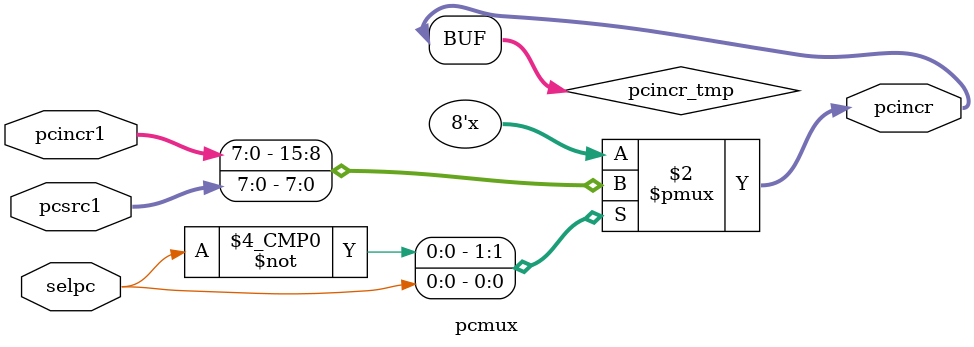
<source format=v>
module pcmux (pcincr1, pcsrc1, selpc, pcincr);
input  selpc;
input  [7:0] pcincr1, pcsrc1;
output [7:0] pcincr;
reg [7:0] pcincr_tmp;
always @(*) begin
            case (selpc)
                0:pcincr_tmp=pcincr1;
                1:pcincr_tmp=pcsrc1;
                default:pcincr_tmp=pcincr1;
            endcase
end
assign pcincr = pcincr_tmp;
endmodule //pcmux
</source>
